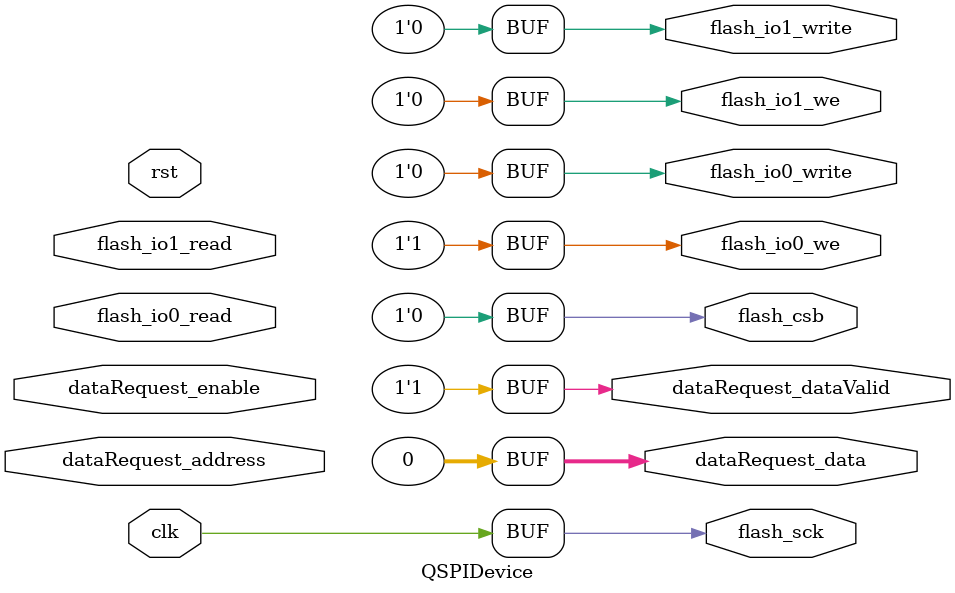
<source format=v>
module QSPIDevice #(
		parameter CLOCK_WIDTH = 8
	)(
		input wire clk,
		input wire rst,

		// Cache interface
		input wire[23:0] dataRequest_address,
		input wire dataRequest_enable,
		output wire[31:0] dataRequest_data,
		output wire dataRequest_dataValid,

		// QSPI interface
		output wire flash_csb,
		output wire flash_sck,
		output wire flash_io0_we,
		output wire flash_io0_write,
		input wire flash_io0_read, 	// Unused
		output wire flash_io1_we,
		output wire flash_io1_write,  // Unused (constant 1'b0)
		input wire flash_io1_read
	);
	
	// Have this running at the system clock rate
	// This will probably be 40MHz
	assign flash_sck = clk;

	assign flash_csb = 1'b0;
	assign flash_io0_we = 1'b1;
	assign flash_io0_write = 1'b0;
	assign flash_io1_we = 1'b0;
	assign flash_io1_write = 1'b0;
	//assign in = flash_io1_read;

	assign dataRequest_data = 32'b0;
	assign dataRequest_dataValid = 1'b1;

	// localparam CLOCK_BITS = $clog2(CLOCK_WIDTH);

	// localparam STATE_IDLE  = 2'b00;
	// localparam STATE_SETUP = 2'b01;
	// localparam STATE_SHIFT = 2'b10;
	// localparam STATE_END   = 2'b11;

	// // Device select
	// wire[11:0] localAddress;
	// wire deviceEnable;
	// DeviceSelect #(.ID(ID)) select(
	// 	.peripheralEnable(peripheralEnable),
	// 	.peripheralBus_address(peripheralBus_address),
	// 	.localAddress(localAddress),
	// 	.deviceEnable(deviceEnable));

	// // Register
	// // Configuration register 	Default 0x064
	// // b00-b02: clockScale 		Default 0x4
	// // b03-04: spiMode 			Default 0x0
	// // b05: msbFirst 			Default 0x1
	// // b06: useCS 				Default 0x1
	// // b07: activeHighCS		Default 0x0
	// // b08: enable				Default 0x0
	// wire[31:0] configurationRegisterOutputData;
	// wire configurationRegisterOutputRequest;
	// wire[8:0] configuration;
	// ConfigurationRegister #(.WIDTH(9), .ADDRESS(12'h000), .DEFAULT(9'h064)) configurationRegister(
	// 	.clk(clk),
	// 	.rst(rst),
	// 	.enable(deviceEnable),
	// 	.peripheralBus_we(peripheralBus_we),
	// 	.peripheralBus_oe(peripheralBus_oe),
	// 	.peripheralBus_address(localAddress),
	// 	.peripheralBus_byteSelect(peripheralBus_byteSelect),
	// 	.peripheralBus_dataWrite(peripheralBus_dataWrite),
	// 	.peripheralBus_dataRead(configurationRegisterOutputData),
	// 	.requestOutput(configurationRegisterOutputRequest),
	// 	.currentValue(configuration));

	// wire[2:0] clockScale = configuration[2:0];
	// wire[1:0] spiMode = configuration[4:3];
	// wire msbFirst = configuration[5];
	// wire useCS = configuration[6];
	// wire activeHighCS = configuration[7];
	// assign spi_en = configuration[8];
	// wire spiClockPolarity = spiMode[1];
	// wire spiSampleMode = spiMode[0];

	// // Input and Output register
	// wire[31:0] dataRegisterOutputData;
	// wire dataRegisterOutputRequest;
	// wire[7:0] readData;
	// wire[7:0] writeData;	
	// wire writeData_en;
	// wire dataRegisterBusBusy_nc;
	// wire dataRegisterReadDataEnable_nc;
	// DataRegister #(.WIDTH(8), .ADDRESS(12'h004)) dataRegister(
	// 	.clk(clk),
	// 	.rst(rst),
	// 	.enable(deviceEnable),
	// 	.peripheralBus_we(peripheralBus_we),
	// 	.peripheralBus_oe(peripheralBus_oe),
	// 	.peripheralBus_busy(dataRegisterBusBusy_nc),
	// 	.peripheralBus_address(localAddress),
	// 	.peripheralBus_byteSelect(peripheralBus_byteSelect),
	// 	.peripheralBus_dataWrite(peripheralBus_dataWrite),
	// 	.peripheralBus_dataRead(dataRegisterOutputData),
	// 	.requestOutput(dataRegisterOutputRequest),
	// 	.writeData(writeData),
	// 	.writeData_en(writeData_en),
	// 	.writeData_busy(1'b0),
	// 	.readData(readData),
	// 	.readData_en(dataRegisterReadDataEnable_nc),
	// 	.readData_busy(1'b0));

	// // State control
	// reg[1:0] state = STATE_IDLE;
	// wire busy = state != STATE_IDLE;
	
	// reg[2:0] bitCounter = 3'b0;
	// wire[2:0] nextBitCounter = bitCounter + 1;

	// reg[CLOCK_WIDTH-1:0] clockCounter = {CLOCK_WIDTH{1'b0}};
	// wire nextClockCounter = clockCounter + 1;
	// wire[CLOCK_WIDTH-1:0] clockScaleHalfMask = {CLOCK_BITS{1'b1}} << clockScale;
	// wire[CLOCK_WIDTH-1:0] clockScaleMask 	 = { clockScaleMask[CLOCK_WIDTH-2:0], 1'b0 };
	// wire spiHalfClock = clockCounter == (clockScaleHalfMask - 1);//|(clockCounter & clockScaleHalfMask);
	// wire spiClock 	  = clockCounter == (clockScaleMask - 1);

	// reg spiClockRise = 1'b0;
	// reg spiClockFall = 1'b0;

	// wire shiftInEnable  = spiSampleMode ? spiClockFall : spiClockRise;
	// wire shiftOutEnable = spiSampleMode ? spiClockRise : spiClockFall;

	// reg loadEnable;
	// ShiftRegister #(.WIDTH(8)) register (
	// 	.clk(clk),
	// 	.rst(rst),
	// 	.loadEnable(loadEnable),
	// 	.shiftInEnable(shiftInEnable),
	// 	.shiftOutEnable(shiftOutEnable),
	// 	.msbFirst(msbFirst),
	// 	.parallelIn(writeData),
	// 	.parallelOut(readData),
	// 	.serialIn(spi_miso),
	// 	.serialOut(spi_mosi));

	// always @(posedge clk) begin
	// 	if (rst) begin
	// 		state <= STATE_IDLE;
	// 		bitCounter <= 3'b0;
	// 		clockCounter <= {CLOCK_WIDTH{1'b0}};
	// 		loadEnable <= 1'b0;
	// 		spiClockRise <= 1'b0;
	// 		spiClockFall <= 1'b0;
	// 	end else begin
	// 		case (state)
	// 			STATE_IDLE: begin
	// 				bitCounter <= 3'b0;
	// 				clockCounter <= {CLOCK_WIDTH{1'b0}};
	// 				loadEnable <= 1'b0;

	// 				if (writeData_en && peripheralBus_byteSelect[0]) begin 
	// 					state <= STATE_SETUP;
	// 					loadEnable <= 1'b1;
	// 				end
	// 			end

	// 			STATE_SETUP: begin
	// 				loadEnable <= 1'b0;

	// 				if (spiHalfClock) begin
	// 					clockCounter <= {CLOCK_WIDTH{1'b0}};
	// 					bitCounter <= 1'b0;
	// 					state <= STATE_SHIFT;
	// 				end else begin
	// 					clockCounter <= nextClockCounter;
	// 				end
	// 			end

	// 			STATE_SHIFT: begin
	// 				if (spiClock) begin
	// 					if (spiClockPolarity) begin
	// 						spiClockRise <= 1'b0;
	// 						spiClockFall <= 1'b1;
	// 					end else begin
	// 						spiClockRise <= 1'b1;
	// 						spiClockFall <= 1'b0;
	// 					end

	// 					clockCounter <= {CLOCK_WIDTH{1'b0}};
	// 					if (bitCounter == 3'h7) state <= STATE_END;
	// 					else bitCounter <= nextBitCounter;
	// 				end else if (spiHalfClock) begin
	// 					if (spiClockPolarity) begin
	// 						spiClockRise <= 1'b1;
	// 						spiClockFall <= 1'b0;
	// 					end else begin
	// 						spiClockRise <= 1'b0;
	// 						spiClockFall <= 1'b1;
	// 					end
						
	// 				end else begin
	// 					spiClockRise <= 1'b0;
	// 					spiClockFall <= 1'b0;
	// 					clockCounter <= nextClockCounter;
	// 				end
	// 			end

	// 			STATE_END: begin
	// 				spiClockRise <= 1'b0;
	// 				spiClockFall <= 1'b0;
					
	// 				if (spiClock) state <= STATE_IDLE;
	// 				else clockCounter <= nextClockCounter;
	// 			end

	// 			default: begin
	// 				state <= STATE_IDLE;
	// 				bitCounter <= 3'b0;
	// 				clockCounter <= {CLOCK_WIDTH{1'b0}};
	// 				loadEnable <= 1'b0;
	// 				spiClockRise <= 1'b0;
	// 				spiClockFall <= 1'b0;
	// 			end
	// 		endcase
	// 	end
	// end

	// assign requestOutput = configurationRegisterOutputRequest || dataRegisterOutputRequest;
	// assign peripheralBus_dataRead = configurationRegisterOutputRequest ? configurationRegisterOutputData :
	// 							    dataRegisterOutputRequest 		   ? dataRegisterOutputData :
	// 												   					 32'b0;																			
	// assign peripheralBus_busy = busy;

	// assign spi_clk = spiClockPolarity ? !(spiClock && busy) : spiClock && busy;
	// assign spi_cs = useCS ? (activeHighCS ? busy : !busy) : 1'b0;

endmodule
</source>
